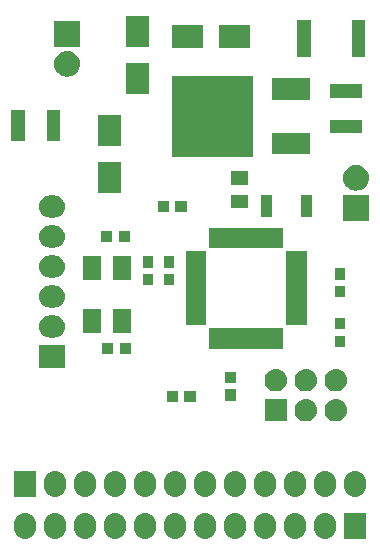
<source format=gts>
%TF.GenerationSoftware,KiCad,Pcbnew,4.0.4+e1-6308~48~ubuntu16.04.1-stable*%
%TF.CreationDate,2016-12-31T12:45:26-08:00*%
%TF.ProjectId,atmega328,61746D6567613332382E6B696361645F,1.2*%
%TF.FileFunction,Soldermask,Top*%
%FSLAX46Y46*%
G04 Gerber Fmt 4.6, Leading zero omitted, Abs format (unit mm)*
G04 Created by KiCad (PCBNEW 4.0.4+e1-6308~48~ubuntu16.04.1-stable) date Sat Dec 31 12:45:26 2016*
%MOMM*%
%LPD*%
G01*
G04 APERTURE LIST*
%ADD10C,0.350000*%
G04 APERTURE END LIST*
D10*
G36*
X109916926Y-130239705D02*
X109916973Y-130239710D01*
X110092187Y-130293948D01*
X110253529Y-130381185D01*
X110394855Y-130498100D01*
X110510779Y-130640238D01*
X110596888Y-130802185D01*
X110649902Y-130977774D01*
X110667800Y-131160315D01*
X110667800Y-131475717D01*
X110667723Y-131486749D01*
X110667722Y-131486754D01*
X110667708Y-131488807D01*
X110647263Y-131671080D01*
X110591803Y-131845912D01*
X110503442Y-132006641D01*
X110385544Y-132147146D01*
X110242600Y-132262076D01*
X110080055Y-132347052D01*
X109904101Y-132398839D01*
X109904060Y-132398843D01*
X109904056Y-132398844D01*
X109721442Y-132415463D01*
X109539074Y-132396295D01*
X109539027Y-132396290D01*
X109363813Y-132342052D01*
X109202471Y-132254815D01*
X109061145Y-132137900D01*
X108945221Y-131995762D01*
X108859112Y-131833815D01*
X108806098Y-131658226D01*
X108788200Y-131475685D01*
X108788200Y-131160283D01*
X108788277Y-131149251D01*
X108788278Y-131149246D01*
X108788292Y-131147193D01*
X108808737Y-130964920D01*
X108864197Y-130790088D01*
X108952558Y-130629359D01*
X109070456Y-130488854D01*
X109213400Y-130373924D01*
X109375945Y-130288948D01*
X109551899Y-130237161D01*
X109551940Y-130237157D01*
X109551944Y-130237156D01*
X109734558Y-130220537D01*
X109916926Y-130239705D01*
X109916926Y-130239705D01*
G37*
G36*
X112456926Y-130239705D02*
X112456973Y-130239710D01*
X112632187Y-130293948D01*
X112793529Y-130381185D01*
X112934855Y-130498100D01*
X113050779Y-130640238D01*
X113136888Y-130802185D01*
X113189902Y-130977774D01*
X113207800Y-131160315D01*
X113207800Y-131475717D01*
X113207723Y-131486749D01*
X113207722Y-131486754D01*
X113207708Y-131488807D01*
X113187263Y-131671080D01*
X113131803Y-131845912D01*
X113043442Y-132006641D01*
X112925544Y-132147146D01*
X112782600Y-132262076D01*
X112620055Y-132347052D01*
X112444101Y-132398839D01*
X112444060Y-132398843D01*
X112444056Y-132398844D01*
X112261442Y-132415463D01*
X112079074Y-132396295D01*
X112079027Y-132396290D01*
X111903813Y-132342052D01*
X111742471Y-132254815D01*
X111601145Y-132137900D01*
X111485221Y-131995762D01*
X111399112Y-131833815D01*
X111346098Y-131658226D01*
X111328200Y-131475685D01*
X111328200Y-131160283D01*
X111328277Y-131149251D01*
X111328278Y-131149246D01*
X111328292Y-131147193D01*
X111348737Y-130964920D01*
X111404197Y-130790088D01*
X111492558Y-130629359D01*
X111610456Y-130488854D01*
X111753400Y-130373924D01*
X111915945Y-130288948D01*
X112091899Y-130237161D01*
X112091940Y-130237157D01*
X112091944Y-130237156D01*
X112274558Y-130220537D01*
X112456926Y-130239705D01*
X112456926Y-130239705D01*
G37*
G36*
X114996926Y-130239705D02*
X114996973Y-130239710D01*
X115172187Y-130293948D01*
X115333529Y-130381185D01*
X115474855Y-130498100D01*
X115590779Y-130640238D01*
X115676888Y-130802185D01*
X115729902Y-130977774D01*
X115747800Y-131160315D01*
X115747800Y-131475717D01*
X115747723Y-131486749D01*
X115747722Y-131486754D01*
X115747708Y-131488807D01*
X115727263Y-131671080D01*
X115671803Y-131845912D01*
X115583442Y-132006641D01*
X115465544Y-132147146D01*
X115322600Y-132262076D01*
X115160055Y-132347052D01*
X114984101Y-132398839D01*
X114984060Y-132398843D01*
X114984056Y-132398844D01*
X114801442Y-132415463D01*
X114619074Y-132396295D01*
X114619027Y-132396290D01*
X114443813Y-132342052D01*
X114282471Y-132254815D01*
X114141145Y-132137900D01*
X114025221Y-131995762D01*
X113939112Y-131833815D01*
X113886098Y-131658226D01*
X113868200Y-131475685D01*
X113868200Y-131160283D01*
X113868277Y-131149251D01*
X113868278Y-131149246D01*
X113868292Y-131147193D01*
X113888737Y-130964920D01*
X113944197Y-130790088D01*
X114032558Y-130629359D01*
X114150456Y-130488854D01*
X114293400Y-130373924D01*
X114455945Y-130288948D01*
X114631899Y-130237161D01*
X114631940Y-130237157D01*
X114631944Y-130237156D01*
X114814558Y-130220537D01*
X114996926Y-130239705D01*
X114996926Y-130239705D01*
G37*
G36*
X117536926Y-130239705D02*
X117536973Y-130239710D01*
X117712187Y-130293948D01*
X117873529Y-130381185D01*
X118014855Y-130498100D01*
X118130779Y-130640238D01*
X118216888Y-130802185D01*
X118269902Y-130977774D01*
X118287800Y-131160315D01*
X118287800Y-131475717D01*
X118287723Y-131486749D01*
X118287722Y-131486754D01*
X118287708Y-131488807D01*
X118267263Y-131671080D01*
X118211803Y-131845912D01*
X118123442Y-132006641D01*
X118005544Y-132147146D01*
X117862600Y-132262076D01*
X117700055Y-132347052D01*
X117524101Y-132398839D01*
X117524060Y-132398843D01*
X117524056Y-132398844D01*
X117341442Y-132415463D01*
X117159074Y-132396295D01*
X117159027Y-132396290D01*
X116983813Y-132342052D01*
X116822471Y-132254815D01*
X116681145Y-132137900D01*
X116565221Y-131995762D01*
X116479112Y-131833815D01*
X116426098Y-131658226D01*
X116408200Y-131475685D01*
X116408200Y-131160283D01*
X116408277Y-131149251D01*
X116408278Y-131149246D01*
X116408292Y-131147193D01*
X116428737Y-130964920D01*
X116484197Y-130790088D01*
X116572558Y-130629359D01*
X116690456Y-130488854D01*
X116833400Y-130373924D01*
X116995945Y-130288948D01*
X117171899Y-130237161D01*
X117171940Y-130237157D01*
X117171944Y-130237156D01*
X117354558Y-130220537D01*
X117536926Y-130239705D01*
X117536926Y-130239705D01*
G37*
G36*
X120076926Y-130239705D02*
X120076973Y-130239710D01*
X120252187Y-130293948D01*
X120413529Y-130381185D01*
X120554855Y-130498100D01*
X120670779Y-130640238D01*
X120756888Y-130802185D01*
X120809902Y-130977774D01*
X120827800Y-131160315D01*
X120827800Y-131475717D01*
X120827723Y-131486749D01*
X120827722Y-131486754D01*
X120827708Y-131488807D01*
X120807263Y-131671080D01*
X120751803Y-131845912D01*
X120663442Y-132006641D01*
X120545544Y-132147146D01*
X120402600Y-132262076D01*
X120240055Y-132347052D01*
X120064101Y-132398839D01*
X120064060Y-132398843D01*
X120064056Y-132398844D01*
X119881442Y-132415463D01*
X119699074Y-132396295D01*
X119699027Y-132396290D01*
X119523813Y-132342052D01*
X119362471Y-132254815D01*
X119221145Y-132137900D01*
X119105221Y-131995762D01*
X119019112Y-131833815D01*
X118966098Y-131658226D01*
X118948200Y-131475685D01*
X118948200Y-131160283D01*
X118948277Y-131149251D01*
X118948278Y-131149246D01*
X118948292Y-131147193D01*
X118968737Y-130964920D01*
X119024197Y-130790088D01*
X119112558Y-130629359D01*
X119230456Y-130488854D01*
X119373400Y-130373924D01*
X119535945Y-130288948D01*
X119711899Y-130237161D01*
X119711940Y-130237157D01*
X119711944Y-130237156D01*
X119894558Y-130220537D01*
X120076926Y-130239705D01*
X120076926Y-130239705D01*
G37*
G36*
X122616926Y-130239705D02*
X122616973Y-130239710D01*
X122792187Y-130293948D01*
X122953529Y-130381185D01*
X123094855Y-130498100D01*
X123210779Y-130640238D01*
X123296888Y-130802185D01*
X123349902Y-130977774D01*
X123367800Y-131160315D01*
X123367800Y-131475717D01*
X123367723Y-131486749D01*
X123367722Y-131486754D01*
X123367708Y-131488807D01*
X123347263Y-131671080D01*
X123291803Y-131845912D01*
X123203442Y-132006641D01*
X123085544Y-132147146D01*
X122942600Y-132262076D01*
X122780055Y-132347052D01*
X122604101Y-132398839D01*
X122604060Y-132398843D01*
X122604056Y-132398844D01*
X122421442Y-132415463D01*
X122239074Y-132396295D01*
X122239027Y-132396290D01*
X122063813Y-132342052D01*
X121902471Y-132254815D01*
X121761145Y-132137900D01*
X121645221Y-131995762D01*
X121559112Y-131833815D01*
X121506098Y-131658226D01*
X121488200Y-131475685D01*
X121488200Y-131160283D01*
X121488277Y-131149251D01*
X121488278Y-131149246D01*
X121488292Y-131147193D01*
X121508737Y-130964920D01*
X121564197Y-130790088D01*
X121652558Y-130629359D01*
X121770456Y-130488854D01*
X121913400Y-130373924D01*
X122075945Y-130288948D01*
X122251899Y-130237161D01*
X122251940Y-130237157D01*
X122251944Y-130237156D01*
X122434558Y-130220537D01*
X122616926Y-130239705D01*
X122616926Y-130239705D01*
G37*
G36*
X127696926Y-130239705D02*
X127696973Y-130239710D01*
X127872187Y-130293948D01*
X128033529Y-130381185D01*
X128174855Y-130498100D01*
X128290779Y-130640238D01*
X128376888Y-130802185D01*
X128429902Y-130977774D01*
X128447800Y-131160315D01*
X128447800Y-131475717D01*
X128447723Y-131486749D01*
X128447722Y-131486754D01*
X128447708Y-131488807D01*
X128427263Y-131671080D01*
X128371803Y-131845912D01*
X128283442Y-132006641D01*
X128165544Y-132147146D01*
X128022600Y-132262076D01*
X127860055Y-132347052D01*
X127684101Y-132398839D01*
X127684060Y-132398843D01*
X127684056Y-132398844D01*
X127501442Y-132415463D01*
X127319074Y-132396295D01*
X127319027Y-132396290D01*
X127143813Y-132342052D01*
X126982471Y-132254815D01*
X126841145Y-132137900D01*
X126725221Y-131995762D01*
X126639112Y-131833815D01*
X126586098Y-131658226D01*
X126568200Y-131475685D01*
X126568200Y-131160283D01*
X126568277Y-131149251D01*
X126568278Y-131149246D01*
X126568292Y-131147193D01*
X126588737Y-130964920D01*
X126644197Y-130790088D01*
X126732558Y-130629359D01*
X126850456Y-130488854D01*
X126993400Y-130373924D01*
X127155945Y-130288948D01*
X127331899Y-130237161D01*
X127331940Y-130237157D01*
X127331944Y-130237156D01*
X127514558Y-130220537D01*
X127696926Y-130239705D01*
X127696926Y-130239705D01*
G37*
G36*
X125156926Y-130239705D02*
X125156973Y-130239710D01*
X125332187Y-130293948D01*
X125493529Y-130381185D01*
X125634855Y-130498100D01*
X125750779Y-130640238D01*
X125836888Y-130802185D01*
X125889902Y-130977774D01*
X125907800Y-131160315D01*
X125907800Y-131475717D01*
X125907723Y-131486749D01*
X125907722Y-131486754D01*
X125907708Y-131488807D01*
X125887263Y-131671080D01*
X125831803Y-131845912D01*
X125743442Y-132006641D01*
X125625544Y-132147146D01*
X125482600Y-132262076D01*
X125320055Y-132347052D01*
X125144101Y-132398839D01*
X125144060Y-132398843D01*
X125144056Y-132398844D01*
X124961442Y-132415463D01*
X124779074Y-132396295D01*
X124779027Y-132396290D01*
X124603813Y-132342052D01*
X124442471Y-132254815D01*
X124301145Y-132137900D01*
X124185221Y-131995762D01*
X124099112Y-131833815D01*
X124046098Y-131658226D01*
X124028200Y-131475685D01*
X124028200Y-131160283D01*
X124028277Y-131149251D01*
X124028278Y-131149246D01*
X124028292Y-131147193D01*
X124048737Y-130964920D01*
X124104197Y-130790088D01*
X124192558Y-130629359D01*
X124310456Y-130488854D01*
X124453400Y-130373924D01*
X124615945Y-130288948D01*
X124791899Y-130237161D01*
X124791940Y-130237157D01*
X124791944Y-130237156D01*
X124974558Y-130220537D01*
X125156926Y-130239705D01*
X125156926Y-130239705D01*
G37*
G36*
X135316926Y-130239705D02*
X135316973Y-130239710D01*
X135492187Y-130293948D01*
X135653529Y-130381185D01*
X135794855Y-130498100D01*
X135910779Y-130640238D01*
X135996888Y-130802185D01*
X136049902Y-130977774D01*
X136067800Y-131160315D01*
X136067800Y-131475717D01*
X136067723Y-131486749D01*
X136067722Y-131486754D01*
X136067708Y-131488807D01*
X136047263Y-131671080D01*
X135991803Y-131845912D01*
X135903442Y-132006641D01*
X135785544Y-132147146D01*
X135642600Y-132262076D01*
X135480055Y-132347052D01*
X135304101Y-132398839D01*
X135304060Y-132398843D01*
X135304056Y-132398844D01*
X135121442Y-132415463D01*
X134939074Y-132396295D01*
X134939027Y-132396290D01*
X134763813Y-132342052D01*
X134602471Y-132254815D01*
X134461145Y-132137900D01*
X134345221Y-131995762D01*
X134259112Y-131833815D01*
X134206098Y-131658226D01*
X134188200Y-131475685D01*
X134188200Y-131160283D01*
X134188277Y-131149251D01*
X134188278Y-131149246D01*
X134188292Y-131147193D01*
X134208737Y-130964920D01*
X134264197Y-130790088D01*
X134352558Y-130629359D01*
X134470456Y-130488854D01*
X134613400Y-130373924D01*
X134775945Y-130288948D01*
X134951899Y-130237161D01*
X134951940Y-130237157D01*
X134951944Y-130237156D01*
X135134558Y-130220537D01*
X135316926Y-130239705D01*
X135316926Y-130239705D01*
G37*
G36*
X132776926Y-130239705D02*
X132776973Y-130239710D01*
X132952187Y-130293948D01*
X133113529Y-130381185D01*
X133254855Y-130498100D01*
X133370779Y-130640238D01*
X133456888Y-130802185D01*
X133509902Y-130977774D01*
X133527800Y-131160315D01*
X133527800Y-131475717D01*
X133527723Y-131486749D01*
X133527722Y-131486754D01*
X133527708Y-131488807D01*
X133507263Y-131671080D01*
X133451803Y-131845912D01*
X133363442Y-132006641D01*
X133245544Y-132147146D01*
X133102600Y-132262076D01*
X132940055Y-132347052D01*
X132764101Y-132398839D01*
X132764060Y-132398843D01*
X132764056Y-132398844D01*
X132581442Y-132415463D01*
X132399074Y-132396295D01*
X132399027Y-132396290D01*
X132223813Y-132342052D01*
X132062471Y-132254815D01*
X131921145Y-132137900D01*
X131805221Y-131995762D01*
X131719112Y-131833815D01*
X131666098Y-131658226D01*
X131648200Y-131475685D01*
X131648200Y-131160283D01*
X131648277Y-131149251D01*
X131648278Y-131149246D01*
X131648292Y-131147193D01*
X131668737Y-130964920D01*
X131724197Y-130790088D01*
X131812558Y-130629359D01*
X131930456Y-130488854D01*
X132073400Y-130373924D01*
X132235945Y-130288948D01*
X132411899Y-130237161D01*
X132411940Y-130237157D01*
X132411944Y-130237156D01*
X132594558Y-130220537D01*
X132776926Y-130239705D01*
X132776926Y-130239705D01*
G37*
G36*
X130236926Y-130239705D02*
X130236973Y-130239710D01*
X130412187Y-130293948D01*
X130573529Y-130381185D01*
X130714855Y-130498100D01*
X130830779Y-130640238D01*
X130916888Y-130802185D01*
X130969902Y-130977774D01*
X130987800Y-131160315D01*
X130987800Y-131475717D01*
X130987723Y-131486749D01*
X130987722Y-131486754D01*
X130987708Y-131488807D01*
X130967263Y-131671080D01*
X130911803Y-131845912D01*
X130823442Y-132006641D01*
X130705544Y-132147146D01*
X130562600Y-132262076D01*
X130400055Y-132347052D01*
X130224101Y-132398839D01*
X130224060Y-132398843D01*
X130224056Y-132398844D01*
X130041442Y-132415463D01*
X129859074Y-132396295D01*
X129859027Y-132396290D01*
X129683813Y-132342052D01*
X129522471Y-132254815D01*
X129381145Y-132137900D01*
X129265221Y-131995762D01*
X129179112Y-131833815D01*
X129126098Y-131658226D01*
X129108200Y-131475685D01*
X129108200Y-131160283D01*
X129108277Y-131149251D01*
X129108278Y-131149246D01*
X129108292Y-131147193D01*
X129128737Y-130964920D01*
X129184197Y-130790088D01*
X129272558Y-130629359D01*
X129390456Y-130488854D01*
X129533400Y-130373924D01*
X129695945Y-130288948D01*
X129871899Y-130237161D01*
X129871940Y-130237157D01*
X129871944Y-130237156D01*
X130054558Y-130220537D01*
X130236926Y-130239705D01*
X130236926Y-130239705D01*
G37*
G36*
X138607800Y-132410200D02*
X136728200Y-132410200D01*
X136728200Y-130225800D01*
X138607800Y-130225800D01*
X138607800Y-132410200D01*
X138607800Y-132410200D01*
G37*
G36*
X137856926Y-126683705D02*
X137856973Y-126683710D01*
X138032187Y-126737948D01*
X138193529Y-126825185D01*
X138334855Y-126942100D01*
X138450779Y-127084238D01*
X138536888Y-127246185D01*
X138589902Y-127421774D01*
X138607800Y-127604315D01*
X138607800Y-127919717D01*
X138607723Y-127930749D01*
X138607722Y-127930754D01*
X138607708Y-127932807D01*
X138587263Y-128115080D01*
X138531803Y-128289912D01*
X138443442Y-128450641D01*
X138325544Y-128591146D01*
X138182600Y-128706076D01*
X138020055Y-128791052D01*
X137844101Y-128842839D01*
X137844060Y-128842843D01*
X137844056Y-128842844D01*
X137661442Y-128859463D01*
X137479074Y-128840295D01*
X137479027Y-128840290D01*
X137303813Y-128786052D01*
X137142471Y-128698815D01*
X137001145Y-128581900D01*
X136885221Y-128439762D01*
X136799112Y-128277815D01*
X136746098Y-128102226D01*
X136728200Y-127919685D01*
X136728200Y-127604283D01*
X136728277Y-127593251D01*
X136728278Y-127593246D01*
X136728292Y-127591193D01*
X136748737Y-127408920D01*
X136804197Y-127234088D01*
X136892558Y-127073359D01*
X137010456Y-126932854D01*
X137153400Y-126817924D01*
X137315945Y-126732948D01*
X137491899Y-126681161D01*
X137491940Y-126681157D01*
X137491944Y-126681156D01*
X137674558Y-126664537D01*
X137856926Y-126683705D01*
X137856926Y-126683705D01*
G37*
G36*
X112456926Y-126683705D02*
X112456973Y-126683710D01*
X112632187Y-126737948D01*
X112793529Y-126825185D01*
X112934855Y-126942100D01*
X113050779Y-127084238D01*
X113136888Y-127246185D01*
X113189902Y-127421774D01*
X113207800Y-127604315D01*
X113207800Y-127919717D01*
X113207723Y-127930749D01*
X113207722Y-127930754D01*
X113207708Y-127932807D01*
X113187263Y-128115080D01*
X113131803Y-128289912D01*
X113043442Y-128450641D01*
X112925544Y-128591146D01*
X112782600Y-128706076D01*
X112620055Y-128791052D01*
X112444101Y-128842839D01*
X112444060Y-128842843D01*
X112444056Y-128842844D01*
X112261442Y-128859463D01*
X112079074Y-128840295D01*
X112079027Y-128840290D01*
X111903813Y-128786052D01*
X111742471Y-128698815D01*
X111601145Y-128581900D01*
X111485221Y-128439762D01*
X111399112Y-128277815D01*
X111346098Y-128102226D01*
X111328200Y-127919685D01*
X111328200Y-127604283D01*
X111328277Y-127593251D01*
X111328278Y-127593246D01*
X111328292Y-127591193D01*
X111348737Y-127408920D01*
X111404197Y-127234088D01*
X111492558Y-127073359D01*
X111610456Y-126932854D01*
X111753400Y-126817924D01*
X111915945Y-126732948D01*
X112091899Y-126681161D01*
X112091940Y-126681157D01*
X112091944Y-126681156D01*
X112274558Y-126664537D01*
X112456926Y-126683705D01*
X112456926Y-126683705D01*
G37*
G36*
X114996926Y-126683705D02*
X114996973Y-126683710D01*
X115172187Y-126737948D01*
X115333529Y-126825185D01*
X115474855Y-126942100D01*
X115590779Y-127084238D01*
X115676888Y-127246185D01*
X115729902Y-127421774D01*
X115747800Y-127604315D01*
X115747800Y-127919717D01*
X115747723Y-127930749D01*
X115747722Y-127930754D01*
X115747708Y-127932807D01*
X115727263Y-128115080D01*
X115671803Y-128289912D01*
X115583442Y-128450641D01*
X115465544Y-128591146D01*
X115322600Y-128706076D01*
X115160055Y-128791052D01*
X114984101Y-128842839D01*
X114984060Y-128842843D01*
X114984056Y-128842844D01*
X114801442Y-128859463D01*
X114619074Y-128840295D01*
X114619027Y-128840290D01*
X114443813Y-128786052D01*
X114282471Y-128698815D01*
X114141145Y-128581900D01*
X114025221Y-128439762D01*
X113939112Y-128277815D01*
X113886098Y-128102226D01*
X113868200Y-127919685D01*
X113868200Y-127604283D01*
X113868277Y-127593251D01*
X113868278Y-127593246D01*
X113868292Y-127591193D01*
X113888737Y-127408920D01*
X113944197Y-127234088D01*
X114032558Y-127073359D01*
X114150456Y-126932854D01*
X114293400Y-126817924D01*
X114455945Y-126732948D01*
X114631899Y-126681161D01*
X114631940Y-126681157D01*
X114631944Y-126681156D01*
X114814558Y-126664537D01*
X114996926Y-126683705D01*
X114996926Y-126683705D01*
G37*
G36*
X117536926Y-126683705D02*
X117536973Y-126683710D01*
X117712187Y-126737948D01*
X117873529Y-126825185D01*
X118014855Y-126942100D01*
X118130779Y-127084238D01*
X118216888Y-127246185D01*
X118269902Y-127421774D01*
X118287800Y-127604315D01*
X118287800Y-127919717D01*
X118287723Y-127930749D01*
X118287722Y-127930754D01*
X118287708Y-127932807D01*
X118267263Y-128115080D01*
X118211803Y-128289912D01*
X118123442Y-128450641D01*
X118005544Y-128591146D01*
X117862600Y-128706076D01*
X117700055Y-128791052D01*
X117524101Y-128842839D01*
X117524060Y-128842843D01*
X117524056Y-128842844D01*
X117341442Y-128859463D01*
X117159074Y-128840295D01*
X117159027Y-128840290D01*
X116983813Y-128786052D01*
X116822471Y-128698815D01*
X116681145Y-128581900D01*
X116565221Y-128439762D01*
X116479112Y-128277815D01*
X116426098Y-128102226D01*
X116408200Y-127919685D01*
X116408200Y-127604283D01*
X116408277Y-127593251D01*
X116408278Y-127593246D01*
X116408292Y-127591193D01*
X116428737Y-127408920D01*
X116484197Y-127234088D01*
X116572558Y-127073359D01*
X116690456Y-126932854D01*
X116833400Y-126817924D01*
X116995945Y-126732948D01*
X117171899Y-126681161D01*
X117171940Y-126681157D01*
X117171944Y-126681156D01*
X117354558Y-126664537D01*
X117536926Y-126683705D01*
X117536926Y-126683705D01*
G37*
G36*
X120076926Y-126683705D02*
X120076973Y-126683710D01*
X120252187Y-126737948D01*
X120413529Y-126825185D01*
X120554855Y-126942100D01*
X120670779Y-127084238D01*
X120756888Y-127246185D01*
X120809902Y-127421774D01*
X120827800Y-127604315D01*
X120827800Y-127919717D01*
X120827723Y-127930749D01*
X120827722Y-127930754D01*
X120827708Y-127932807D01*
X120807263Y-128115080D01*
X120751803Y-128289912D01*
X120663442Y-128450641D01*
X120545544Y-128591146D01*
X120402600Y-128706076D01*
X120240055Y-128791052D01*
X120064101Y-128842839D01*
X120064060Y-128842843D01*
X120064056Y-128842844D01*
X119881442Y-128859463D01*
X119699074Y-128840295D01*
X119699027Y-128840290D01*
X119523813Y-128786052D01*
X119362471Y-128698815D01*
X119221145Y-128581900D01*
X119105221Y-128439762D01*
X119019112Y-128277815D01*
X118966098Y-128102226D01*
X118948200Y-127919685D01*
X118948200Y-127604283D01*
X118948277Y-127593251D01*
X118948278Y-127593246D01*
X118948292Y-127591193D01*
X118968737Y-127408920D01*
X119024197Y-127234088D01*
X119112558Y-127073359D01*
X119230456Y-126932854D01*
X119373400Y-126817924D01*
X119535945Y-126732948D01*
X119711899Y-126681161D01*
X119711940Y-126681157D01*
X119711944Y-126681156D01*
X119894558Y-126664537D01*
X120076926Y-126683705D01*
X120076926Y-126683705D01*
G37*
G36*
X122616926Y-126683705D02*
X122616973Y-126683710D01*
X122792187Y-126737948D01*
X122953529Y-126825185D01*
X123094855Y-126942100D01*
X123210779Y-127084238D01*
X123296888Y-127246185D01*
X123349902Y-127421774D01*
X123367800Y-127604315D01*
X123367800Y-127919717D01*
X123367723Y-127930749D01*
X123367722Y-127930754D01*
X123367708Y-127932807D01*
X123347263Y-128115080D01*
X123291803Y-128289912D01*
X123203442Y-128450641D01*
X123085544Y-128591146D01*
X122942600Y-128706076D01*
X122780055Y-128791052D01*
X122604101Y-128842839D01*
X122604060Y-128842843D01*
X122604056Y-128842844D01*
X122421442Y-128859463D01*
X122239074Y-128840295D01*
X122239027Y-128840290D01*
X122063813Y-128786052D01*
X121902471Y-128698815D01*
X121761145Y-128581900D01*
X121645221Y-128439762D01*
X121559112Y-128277815D01*
X121506098Y-128102226D01*
X121488200Y-127919685D01*
X121488200Y-127604283D01*
X121488277Y-127593251D01*
X121488278Y-127593246D01*
X121488292Y-127591193D01*
X121508737Y-127408920D01*
X121564197Y-127234088D01*
X121652558Y-127073359D01*
X121770456Y-126932854D01*
X121913400Y-126817924D01*
X122075945Y-126732948D01*
X122251899Y-126681161D01*
X122251940Y-126681157D01*
X122251944Y-126681156D01*
X122434558Y-126664537D01*
X122616926Y-126683705D01*
X122616926Y-126683705D01*
G37*
G36*
X125156926Y-126683705D02*
X125156973Y-126683710D01*
X125332187Y-126737948D01*
X125493529Y-126825185D01*
X125634855Y-126942100D01*
X125750779Y-127084238D01*
X125836888Y-127246185D01*
X125889902Y-127421774D01*
X125907800Y-127604315D01*
X125907800Y-127919717D01*
X125907723Y-127930749D01*
X125907722Y-127930754D01*
X125907708Y-127932807D01*
X125887263Y-128115080D01*
X125831803Y-128289912D01*
X125743442Y-128450641D01*
X125625544Y-128591146D01*
X125482600Y-128706076D01*
X125320055Y-128791052D01*
X125144101Y-128842839D01*
X125144060Y-128842843D01*
X125144056Y-128842844D01*
X124961442Y-128859463D01*
X124779074Y-128840295D01*
X124779027Y-128840290D01*
X124603813Y-128786052D01*
X124442471Y-128698815D01*
X124301145Y-128581900D01*
X124185221Y-128439762D01*
X124099112Y-128277815D01*
X124046098Y-128102226D01*
X124028200Y-127919685D01*
X124028200Y-127604283D01*
X124028277Y-127593251D01*
X124028278Y-127593246D01*
X124028292Y-127591193D01*
X124048737Y-127408920D01*
X124104197Y-127234088D01*
X124192558Y-127073359D01*
X124310456Y-126932854D01*
X124453400Y-126817924D01*
X124615945Y-126732948D01*
X124791899Y-126681161D01*
X124791940Y-126681157D01*
X124791944Y-126681156D01*
X124974558Y-126664537D01*
X125156926Y-126683705D01*
X125156926Y-126683705D01*
G37*
G36*
X127696926Y-126683705D02*
X127696973Y-126683710D01*
X127872187Y-126737948D01*
X128033529Y-126825185D01*
X128174855Y-126942100D01*
X128290779Y-127084238D01*
X128376888Y-127246185D01*
X128429902Y-127421774D01*
X128447800Y-127604315D01*
X128447800Y-127919717D01*
X128447723Y-127930749D01*
X128447722Y-127930754D01*
X128447708Y-127932807D01*
X128427263Y-128115080D01*
X128371803Y-128289912D01*
X128283442Y-128450641D01*
X128165544Y-128591146D01*
X128022600Y-128706076D01*
X127860055Y-128791052D01*
X127684101Y-128842839D01*
X127684060Y-128842843D01*
X127684056Y-128842844D01*
X127501442Y-128859463D01*
X127319074Y-128840295D01*
X127319027Y-128840290D01*
X127143813Y-128786052D01*
X126982471Y-128698815D01*
X126841145Y-128581900D01*
X126725221Y-128439762D01*
X126639112Y-128277815D01*
X126586098Y-128102226D01*
X126568200Y-127919685D01*
X126568200Y-127604283D01*
X126568277Y-127593251D01*
X126568278Y-127593246D01*
X126568292Y-127591193D01*
X126588737Y-127408920D01*
X126644197Y-127234088D01*
X126732558Y-127073359D01*
X126850456Y-126932854D01*
X126993400Y-126817924D01*
X127155945Y-126732948D01*
X127331899Y-126681161D01*
X127331940Y-126681157D01*
X127331944Y-126681156D01*
X127514558Y-126664537D01*
X127696926Y-126683705D01*
X127696926Y-126683705D01*
G37*
G36*
X130236926Y-126683705D02*
X130236973Y-126683710D01*
X130412187Y-126737948D01*
X130573529Y-126825185D01*
X130714855Y-126942100D01*
X130830779Y-127084238D01*
X130916888Y-127246185D01*
X130969902Y-127421774D01*
X130987800Y-127604315D01*
X130987800Y-127919717D01*
X130987723Y-127930749D01*
X130987722Y-127930754D01*
X130987708Y-127932807D01*
X130967263Y-128115080D01*
X130911803Y-128289912D01*
X130823442Y-128450641D01*
X130705544Y-128591146D01*
X130562600Y-128706076D01*
X130400055Y-128791052D01*
X130224101Y-128842839D01*
X130224060Y-128842843D01*
X130224056Y-128842844D01*
X130041442Y-128859463D01*
X129859074Y-128840295D01*
X129859027Y-128840290D01*
X129683813Y-128786052D01*
X129522471Y-128698815D01*
X129381145Y-128581900D01*
X129265221Y-128439762D01*
X129179112Y-128277815D01*
X129126098Y-128102226D01*
X129108200Y-127919685D01*
X129108200Y-127604283D01*
X129108277Y-127593251D01*
X129108278Y-127593246D01*
X129108292Y-127591193D01*
X129128737Y-127408920D01*
X129184197Y-127234088D01*
X129272558Y-127073359D01*
X129390456Y-126932854D01*
X129533400Y-126817924D01*
X129695945Y-126732948D01*
X129871899Y-126681161D01*
X129871940Y-126681157D01*
X129871944Y-126681156D01*
X130054558Y-126664537D01*
X130236926Y-126683705D01*
X130236926Y-126683705D01*
G37*
G36*
X132776926Y-126683705D02*
X132776973Y-126683710D01*
X132952187Y-126737948D01*
X133113529Y-126825185D01*
X133254855Y-126942100D01*
X133370779Y-127084238D01*
X133456888Y-127246185D01*
X133509902Y-127421774D01*
X133527800Y-127604315D01*
X133527800Y-127919717D01*
X133527723Y-127930749D01*
X133527722Y-127930754D01*
X133527708Y-127932807D01*
X133507263Y-128115080D01*
X133451803Y-128289912D01*
X133363442Y-128450641D01*
X133245544Y-128591146D01*
X133102600Y-128706076D01*
X132940055Y-128791052D01*
X132764101Y-128842839D01*
X132764060Y-128842843D01*
X132764056Y-128842844D01*
X132581442Y-128859463D01*
X132399074Y-128840295D01*
X132399027Y-128840290D01*
X132223813Y-128786052D01*
X132062471Y-128698815D01*
X131921145Y-128581900D01*
X131805221Y-128439762D01*
X131719112Y-128277815D01*
X131666098Y-128102226D01*
X131648200Y-127919685D01*
X131648200Y-127604283D01*
X131648277Y-127593251D01*
X131648278Y-127593246D01*
X131648292Y-127591193D01*
X131668737Y-127408920D01*
X131724197Y-127234088D01*
X131812558Y-127073359D01*
X131930456Y-126932854D01*
X132073400Y-126817924D01*
X132235945Y-126732948D01*
X132411899Y-126681161D01*
X132411940Y-126681157D01*
X132411944Y-126681156D01*
X132594558Y-126664537D01*
X132776926Y-126683705D01*
X132776926Y-126683705D01*
G37*
G36*
X135316926Y-126683705D02*
X135316973Y-126683710D01*
X135492187Y-126737948D01*
X135653529Y-126825185D01*
X135794855Y-126942100D01*
X135910779Y-127084238D01*
X135996888Y-127246185D01*
X136049902Y-127421774D01*
X136067800Y-127604315D01*
X136067800Y-127919717D01*
X136067723Y-127930749D01*
X136067722Y-127930754D01*
X136067708Y-127932807D01*
X136047263Y-128115080D01*
X135991803Y-128289912D01*
X135903442Y-128450641D01*
X135785544Y-128591146D01*
X135642600Y-128706076D01*
X135480055Y-128791052D01*
X135304101Y-128842839D01*
X135304060Y-128842843D01*
X135304056Y-128842844D01*
X135121442Y-128859463D01*
X134939074Y-128840295D01*
X134939027Y-128840290D01*
X134763813Y-128786052D01*
X134602471Y-128698815D01*
X134461145Y-128581900D01*
X134345221Y-128439762D01*
X134259112Y-128277815D01*
X134206098Y-128102226D01*
X134188200Y-127919685D01*
X134188200Y-127604283D01*
X134188277Y-127593251D01*
X134188278Y-127593246D01*
X134188292Y-127591193D01*
X134208737Y-127408920D01*
X134264197Y-127234088D01*
X134352558Y-127073359D01*
X134470456Y-126932854D01*
X134613400Y-126817924D01*
X134775945Y-126732948D01*
X134951899Y-126681161D01*
X134951940Y-126681157D01*
X134951944Y-126681156D01*
X135134558Y-126664537D01*
X135316926Y-126683705D01*
X135316926Y-126683705D01*
G37*
G36*
X110667800Y-128854200D02*
X108788200Y-128854200D01*
X108788200Y-126669800D01*
X110667800Y-126669800D01*
X110667800Y-128854200D01*
X110667800Y-128854200D01*
G37*
G36*
X133665926Y-120613842D02*
X133665931Y-120613844D01*
X133665973Y-120613848D01*
X133841187Y-120668086D01*
X134002529Y-120755323D01*
X134143855Y-120872238D01*
X134259779Y-121014376D01*
X134345888Y-121176323D01*
X134398902Y-121351912D01*
X134416800Y-121534453D01*
X134416800Y-121543580D01*
X134416723Y-121554612D01*
X134416722Y-121554617D01*
X134416708Y-121556669D01*
X134396263Y-121738942D01*
X134340803Y-121913774D01*
X134252442Y-122074503D01*
X134134544Y-122215008D01*
X133991600Y-122329938D01*
X133829055Y-122414914D01*
X133653101Y-122466701D01*
X133653065Y-122466704D01*
X133653056Y-122466707D01*
X133470442Y-122483326D01*
X133288074Y-122464158D01*
X133288069Y-122464156D01*
X133288027Y-122464152D01*
X133112813Y-122409914D01*
X132951471Y-122322677D01*
X132810145Y-122205762D01*
X132694221Y-122063624D01*
X132608112Y-121901677D01*
X132555098Y-121726088D01*
X132537200Y-121543547D01*
X132537200Y-121534420D01*
X132537277Y-121523388D01*
X132537278Y-121523383D01*
X132537292Y-121521331D01*
X132557737Y-121339058D01*
X132613197Y-121164226D01*
X132701558Y-121003497D01*
X132819456Y-120862992D01*
X132962400Y-120748062D01*
X133124945Y-120663086D01*
X133300899Y-120611299D01*
X133300935Y-120611296D01*
X133300944Y-120611293D01*
X133483558Y-120594674D01*
X133665926Y-120613842D01*
X133665926Y-120613842D01*
G37*
G36*
X136205926Y-120613842D02*
X136205931Y-120613844D01*
X136205973Y-120613848D01*
X136381187Y-120668086D01*
X136542529Y-120755323D01*
X136683855Y-120872238D01*
X136799779Y-121014376D01*
X136885888Y-121176323D01*
X136938902Y-121351912D01*
X136956800Y-121534453D01*
X136956800Y-121543580D01*
X136956723Y-121554612D01*
X136956722Y-121554617D01*
X136956708Y-121556669D01*
X136936263Y-121738942D01*
X136880803Y-121913774D01*
X136792442Y-122074503D01*
X136674544Y-122215008D01*
X136531600Y-122329938D01*
X136369055Y-122414914D01*
X136193101Y-122466701D01*
X136193065Y-122466704D01*
X136193056Y-122466707D01*
X136010442Y-122483326D01*
X135828074Y-122464158D01*
X135828069Y-122464156D01*
X135828027Y-122464152D01*
X135652813Y-122409914D01*
X135491471Y-122322677D01*
X135350145Y-122205762D01*
X135234221Y-122063624D01*
X135148112Y-121901677D01*
X135095098Y-121726088D01*
X135077200Y-121543547D01*
X135077200Y-121534420D01*
X135077277Y-121523388D01*
X135077278Y-121523383D01*
X135077292Y-121521331D01*
X135097737Y-121339058D01*
X135153197Y-121164226D01*
X135241558Y-121003497D01*
X135359456Y-120862992D01*
X135502400Y-120748062D01*
X135664945Y-120663086D01*
X135840899Y-120611299D01*
X135840935Y-120611296D01*
X135840944Y-120611293D01*
X136023558Y-120594674D01*
X136205926Y-120613842D01*
X136205926Y-120613842D01*
G37*
G36*
X131876800Y-122478800D02*
X129997200Y-122478800D01*
X129997200Y-120599200D01*
X131876800Y-120599200D01*
X131876800Y-122478800D01*
X131876800Y-122478800D01*
G37*
G36*
X122662200Y-120847200D02*
X121709800Y-120847200D01*
X121709800Y-119944800D01*
X122662200Y-119944800D01*
X122662200Y-120847200D01*
X122662200Y-120847200D01*
G37*
G36*
X124162200Y-120847200D02*
X123209800Y-120847200D01*
X123209800Y-119944800D01*
X124162200Y-119944800D01*
X124162200Y-120847200D01*
X124162200Y-120847200D01*
G37*
G36*
X127578200Y-120721200D02*
X126675800Y-120721200D01*
X126675800Y-119768800D01*
X127578200Y-119768800D01*
X127578200Y-120721200D01*
X127578200Y-120721200D01*
G37*
G36*
X131125926Y-118073842D02*
X131125931Y-118073844D01*
X131125973Y-118073848D01*
X131301187Y-118128086D01*
X131462529Y-118215323D01*
X131603855Y-118332238D01*
X131719779Y-118474376D01*
X131805888Y-118636323D01*
X131858902Y-118811912D01*
X131876800Y-118994453D01*
X131876800Y-119003580D01*
X131876723Y-119014612D01*
X131876722Y-119014617D01*
X131876708Y-119016669D01*
X131856263Y-119198942D01*
X131800803Y-119373774D01*
X131712442Y-119534503D01*
X131594544Y-119675008D01*
X131451600Y-119789938D01*
X131289055Y-119874914D01*
X131113101Y-119926701D01*
X131113065Y-119926704D01*
X131113056Y-119926707D01*
X130930442Y-119943326D01*
X130748074Y-119924158D01*
X130748069Y-119924156D01*
X130748027Y-119924152D01*
X130572813Y-119869914D01*
X130411471Y-119782677D01*
X130270145Y-119665762D01*
X130154221Y-119523624D01*
X130068112Y-119361677D01*
X130015098Y-119186088D01*
X129997200Y-119003547D01*
X129997200Y-118994420D01*
X129997277Y-118983388D01*
X129997278Y-118983383D01*
X129997292Y-118981331D01*
X130017737Y-118799058D01*
X130073197Y-118624226D01*
X130161558Y-118463497D01*
X130279456Y-118322992D01*
X130422400Y-118208062D01*
X130584945Y-118123086D01*
X130760899Y-118071299D01*
X130760935Y-118071296D01*
X130760944Y-118071293D01*
X130943558Y-118054674D01*
X131125926Y-118073842D01*
X131125926Y-118073842D01*
G37*
G36*
X133665926Y-118073842D02*
X133665931Y-118073844D01*
X133665973Y-118073848D01*
X133841187Y-118128086D01*
X134002529Y-118215323D01*
X134143855Y-118332238D01*
X134259779Y-118474376D01*
X134345888Y-118636323D01*
X134398902Y-118811912D01*
X134416800Y-118994453D01*
X134416800Y-119003580D01*
X134416723Y-119014612D01*
X134416722Y-119014617D01*
X134416708Y-119016669D01*
X134396263Y-119198942D01*
X134340803Y-119373774D01*
X134252442Y-119534503D01*
X134134544Y-119675008D01*
X133991600Y-119789938D01*
X133829055Y-119874914D01*
X133653101Y-119926701D01*
X133653065Y-119926704D01*
X133653056Y-119926707D01*
X133470442Y-119943326D01*
X133288074Y-119924158D01*
X133288069Y-119924156D01*
X133288027Y-119924152D01*
X133112813Y-119869914D01*
X132951471Y-119782677D01*
X132810145Y-119665762D01*
X132694221Y-119523624D01*
X132608112Y-119361677D01*
X132555098Y-119186088D01*
X132537200Y-119003547D01*
X132537200Y-118994420D01*
X132537277Y-118983388D01*
X132537278Y-118983383D01*
X132537292Y-118981331D01*
X132557737Y-118799058D01*
X132613197Y-118624226D01*
X132701558Y-118463497D01*
X132819456Y-118322992D01*
X132962400Y-118208062D01*
X133124945Y-118123086D01*
X133300899Y-118071299D01*
X133300935Y-118071296D01*
X133300944Y-118071293D01*
X133483558Y-118054674D01*
X133665926Y-118073842D01*
X133665926Y-118073842D01*
G37*
G36*
X136205926Y-118073842D02*
X136205931Y-118073844D01*
X136205973Y-118073848D01*
X136381187Y-118128086D01*
X136542529Y-118215323D01*
X136683855Y-118332238D01*
X136799779Y-118474376D01*
X136885888Y-118636323D01*
X136938902Y-118811912D01*
X136956800Y-118994453D01*
X136956800Y-119003580D01*
X136956723Y-119014612D01*
X136956722Y-119014617D01*
X136956708Y-119016669D01*
X136936263Y-119198942D01*
X136880803Y-119373774D01*
X136792442Y-119534503D01*
X136674544Y-119675008D01*
X136531600Y-119789938D01*
X136369055Y-119874914D01*
X136193101Y-119926701D01*
X136193065Y-119926704D01*
X136193056Y-119926707D01*
X136010442Y-119943326D01*
X135828074Y-119924158D01*
X135828069Y-119924156D01*
X135828027Y-119924152D01*
X135652813Y-119869914D01*
X135491471Y-119782677D01*
X135350145Y-119665762D01*
X135234221Y-119523624D01*
X135148112Y-119361677D01*
X135095098Y-119186088D01*
X135077200Y-119003547D01*
X135077200Y-118994420D01*
X135077277Y-118983388D01*
X135077278Y-118983383D01*
X135077292Y-118981331D01*
X135097737Y-118799058D01*
X135153197Y-118624226D01*
X135241558Y-118463497D01*
X135359456Y-118322992D01*
X135502400Y-118208062D01*
X135664945Y-118123086D01*
X135840899Y-118071299D01*
X135840935Y-118071296D01*
X135840944Y-118071293D01*
X136023558Y-118054674D01*
X136205926Y-118073842D01*
X136205926Y-118073842D01*
G37*
G36*
X127578200Y-119221200D02*
X126675800Y-119221200D01*
X126675800Y-118268800D01*
X127578200Y-118268800D01*
X127578200Y-119221200D01*
X127578200Y-119221200D01*
G37*
G36*
X113080800Y-117932200D02*
X110896400Y-117932200D01*
X110896400Y-116052600D01*
X113080800Y-116052600D01*
X113080800Y-117932200D01*
X113080800Y-117932200D01*
G37*
G36*
X117201200Y-116783200D02*
X116248800Y-116783200D01*
X116248800Y-115880800D01*
X117201200Y-115880800D01*
X117201200Y-116783200D01*
X117201200Y-116783200D01*
G37*
G36*
X118701200Y-116783200D02*
X117748800Y-116783200D01*
X117748800Y-115880800D01*
X118701200Y-115880800D01*
X118701200Y-116783200D01*
X118701200Y-116783200D01*
G37*
G36*
X131599000Y-116319200D02*
X125296600Y-116319200D01*
X125296600Y-114566800D01*
X131599000Y-114566800D01*
X131599000Y-116319200D01*
X131599000Y-116319200D01*
G37*
G36*
X136849200Y-116161200D02*
X135946800Y-116161200D01*
X135946800Y-115208800D01*
X136849200Y-115208800D01*
X136849200Y-116161200D01*
X136849200Y-116161200D01*
G37*
G36*
X112157349Y-113512677D02*
X112157354Y-113512678D01*
X112159407Y-113512692D01*
X112341680Y-113533137D01*
X112516512Y-113588597D01*
X112677241Y-113676958D01*
X112817746Y-113794856D01*
X112932676Y-113937800D01*
X113017652Y-114100345D01*
X113069439Y-114276299D01*
X113069443Y-114276340D01*
X113069444Y-114276344D01*
X113086063Y-114458958D01*
X113074728Y-114566800D01*
X113066890Y-114641373D01*
X113012652Y-114816587D01*
X112925415Y-114977929D01*
X112808500Y-115119255D01*
X112666362Y-115235179D01*
X112504415Y-115321288D01*
X112328826Y-115374302D01*
X112146285Y-115392200D01*
X111830883Y-115392200D01*
X111819851Y-115392123D01*
X111819846Y-115392122D01*
X111817793Y-115392108D01*
X111635520Y-115371663D01*
X111460688Y-115316203D01*
X111299959Y-115227842D01*
X111159454Y-115109944D01*
X111044524Y-114967000D01*
X110959548Y-114804455D01*
X110907761Y-114628501D01*
X110907757Y-114628460D01*
X110907756Y-114628456D01*
X110891137Y-114445842D01*
X110910305Y-114263474D01*
X110910310Y-114263427D01*
X110964548Y-114088213D01*
X111051785Y-113926871D01*
X111168700Y-113785545D01*
X111310838Y-113669621D01*
X111472785Y-113583512D01*
X111648374Y-113530498D01*
X111830915Y-113512600D01*
X112146317Y-113512600D01*
X112157349Y-113512677D01*
X112157349Y-113512677D01*
G37*
G36*
X118681500Y-114998500D02*
X117132100Y-114998500D01*
X117132100Y-112941100D01*
X118681500Y-112941100D01*
X118681500Y-114998500D01*
X118681500Y-114998500D01*
G37*
G36*
X116192300Y-114998500D02*
X114642900Y-114998500D01*
X114642900Y-112941100D01*
X116192300Y-112941100D01*
X116192300Y-114998500D01*
X116192300Y-114998500D01*
G37*
G36*
X136849200Y-114661200D02*
X135946800Y-114661200D01*
X135946800Y-113708800D01*
X136849200Y-113708800D01*
X136849200Y-114661200D01*
X136849200Y-114661200D01*
G37*
G36*
X133574000Y-114344200D02*
X131821600Y-114344200D01*
X131821600Y-108041800D01*
X133574000Y-108041800D01*
X133574000Y-114344200D01*
X133574000Y-114344200D01*
G37*
G36*
X125074000Y-114344200D02*
X123321600Y-114344200D01*
X123321600Y-108041800D01*
X125074000Y-108041800D01*
X125074000Y-114344200D01*
X125074000Y-114344200D01*
G37*
G36*
X112157349Y-110972677D02*
X112157354Y-110972678D01*
X112159407Y-110972692D01*
X112341680Y-110993137D01*
X112516512Y-111048597D01*
X112677241Y-111136958D01*
X112817746Y-111254856D01*
X112932676Y-111397800D01*
X113017652Y-111560345D01*
X113069439Y-111736299D01*
X113069443Y-111736340D01*
X113069444Y-111736344D01*
X113086063Y-111918958D01*
X113068248Y-112088456D01*
X113066890Y-112101373D01*
X113012652Y-112276587D01*
X112925415Y-112437929D01*
X112808500Y-112579255D01*
X112666362Y-112695179D01*
X112504415Y-112781288D01*
X112328826Y-112834302D01*
X112146285Y-112852200D01*
X111830883Y-112852200D01*
X111819851Y-112852123D01*
X111819846Y-112852122D01*
X111817793Y-112852108D01*
X111635520Y-112831663D01*
X111460688Y-112776203D01*
X111299959Y-112687842D01*
X111159454Y-112569944D01*
X111044524Y-112427000D01*
X110959548Y-112264455D01*
X110907761Y-112088501D01*
X110907757Y-112088460D01*
X110907756Y-112088456D01*
X110891137Y-111905842D01*
X110910305Y-111723474D01*
X110910310Y-111723427D01*
X110964548Y-111548213D01*
X111051785Y-111386871D01*
X111168700Y-111245545D01*
X111310838Y-111129621D01*
X111472785Y-111043512D01*
X111648374Y-110990498D01*
X111830915Y-110972600D01*
X112146317Y-110972600D01*
X112157349Y-110972677D01*
X112157349Y-110972677D01*
G37*
G36*
X136849200Y-111970200D02*
X135946800Y-111970200D01*
X135946800Y-111017800D01*
X136849200Y-111017800D01*
X136849200Y-111970200D01*
X136849200Y-111970200D01*
G37*
G36*
X122371200Y-110966200D02*
X121468800Y-110966200D01*
X121468800Y-110013800D01*
X122371200Y-110013800D01*
X122371200Y-110966200D01*
X122371200Y-110966200D01*
G37*
G36*
X120593200Y-110954200D02*
X119690800Y-110954200D01*
X119690800Y-110001800D01*
X120593200Y-110001800D01*
X120593200Y-110954200D01*
X120593200Y-110954200D01*
G37*
G36*
X118681500Y-110528100D02*
X117132100Y-110528100D01*
X117132100Y-108470700D01*
X118681500Y-108470700D01*
X118681500Y-110528100D01*
X118681500Y-110528100D01*
G37*
G36*
X116192300Y-110528100D02*
X114642900Y-110528100D01*
X114642900Y-108470700D01*
X116192300Y-108470700D01*
X116192300Y-110528100D01*
X116192300Y-110528100D01*
G37*
G36*
X136849200Y-110470200D02*
X135946800Y-110470200D01*
X135946800Y-109517800D01*
X136849200Y-109517800D01*
X136849200Y-110470200D01*
X136849200Y-110470200D01*
G37*
G36*
X112157349Y-108432677D02*
X112157354Y-108432678D01*
X112159407Y-108432692D01*
X112341680Y-108453137D01*
X112516512Y-108508597D01*
X112677241Y-108596958D01*
X112817746Y-108714856D01*
X112932676Y-108857800D01*
X113017652Y-109020345D01*
X113069439Y-109196299D01*
X113069443Y-109196340D01*
X113069444Y-109196344D01*
X113086063Y-109378958D01*
X113076893Y-109466200D01*
X113066890Y-109561373D01*
X113012652Y-109736587D01*
X112925415Y-109897929D01*
X112808500Y-110039255D01*
X112666362Y-110155179D01*
X112504415Y-110241288D01*
X112328826Y-110294302D01*
X112146285Y-110312200D01*
X111830883Y-110312200D01*
X111819851Y-110312123D01*
X111819846Y-110312122D01*
X111817793Y-110312108D01*
X111635520Y-110291663D01*
X111460688Y-110236203D01*
X111299959Y-110147842D01*
X111159454Y-110029944D01*
X111044524Y-109887000D01*
X110959548Y-109724455D01*
X110907761Y-109548501D01*
X110907757Y-109548460D01*
X110907756Y-109548456D01*
X110891137Y-109365842D01*
X110910305Y-109183474D01*
X110910310Y-109183427D01*
X110964548Y-109008213D01*
X111051785Y-108846871D01*
X111168700Y-108705545D01*
X111310838Y-108589621D01*
X111472785Y-108503512D01*
X111648374Y-108450498D01*
X111830915Y-108432600D01*
X112146317Y-108432600D01*
X112157349Y-108432677D01*
X112157349Y-108432677D01*
G37*
G36*
X122371200Y-109466200D02*
X121468800Y-109466200D01*
X121468800Y-108513800D01*
X122371200Y-108513800D01*
X122371200Y-109466200D01*
X122371200Y-109466200D01*
G37*
G36*
X120593200Y-109454200D02*
X119690800Y-109454200D01*
X119690800Y-108501800D01*
X120593200Y-108501800D01*
X120593200Y-109454200D01*
X120593200Y-109454200D01*
G37*
G36*
X131599000Y-107819200D02*
X125296600Y-107819200D01*
X125296600Y-106066800D01*
X131599000Y-106066800D01*
X131599000Y-107819200D01*
X131599000Y-107819200D01*
G37*
G36*
X112157349Y-105892677D02*
X112157354Y-105892678D01*
X112159407Y-105892692D01*
X112341680Y-105913137D01*
X112516512Y-105968597D01*
X112677241Y-106056958D01*
X112817746Y-106174856D01*
X112932676Y-106317800D01*
X113017652Y-106480345D01*
X113069439Y-106656299D01*
X113069443Y-106656340D01*
X113069444Y-106656344D01*
X113086063Y-106838958D01*
X113068248Y-107008456D01*
X113066890Y-107021373D01*
X113012652Y-107196587D01*
X112925415Y-107357929D01*
X112808500Y-107499255D01*
X112666362Y-107615179D01*
X112504415Y-107701288D01*
X112328826Y-107754302D01*
X112146285Y-107772200D01*
X111830883Y-107772200D01*
X111819851Y-107772123D01*
X111819846Y-107772122D01*
X111817793Y-107772108D01*
X111635520Y-107751663D01*
X111460688Y-107696203D01*
X111299959Y-107607842D01*
X111159454Y-107489944D01*
X111044524Y-107347000D01*
X110959548Y-107184455D01*
X110907761Y-107008501D01*
X110907757Y-107008460D01*
X110907756Y-107008456D01*
X110891137Y-106825842D01*
X110910305Y-106643474D01*
X110910310Y-106643427D01*
X110964548Y-106468213D01*
X111051785Y-106306871D01*
X111168700Y-106165545D01*
X111310838Y-106049621D01*
X111472785Y-105963512D01*
X111648374Y-105910498D01*
X111830915Y-105892600D01*
X112146317Y-105892600D01*
X112157349Y-105892677D01*
X112157349Y-105892677D01*
G37*
G36*
X118586200Y-107258200D02*
X117633800Y-107258200D01*
X117633800Y-106355800D01*
X118586200Y-106355800D01*
X118586200Y-107258200D01*
X118586200Y-107258200D01*
G37*
G36*
X117086200Y-107258200D02*
X116133800Y-107258200D01*
X116133800Y-106355800D01*
X117086200Y-106355800D01*
X117086200Y-107258200D01*
X117086200Y-107258200D01*
G37*
G36*
X138823700Y-105486200D02*
X136639300Y-105486200D01*
X136639300Y-103301800D01*
X138823700Y-103301800D01*
X138823700Y-105486200D01*
X138823700Y-105486200D01*
G37*
G36*
X112157349Y-103352677D02*
X112157354Y-103352678D01*
X112159407Y-103352692D01*
X112341680Y-103373137D01*
X112516512Y-103428597D01*
X112677241Y-103516958D01*
X112817746Y-103634856D01*
X112932676Y-103777800D01*
X113017652Y-103940345D01*
X113069439Y-104116299D01*
X113069443Y-104116340D01*
X113069444Y-104116344D01*
X113086063Y-104298958D01*
X113070587Y-104446200D01*
X113066890Y-104481373D01*
X113012652Y-104656587D01*
X112925415Y-104817929D01*
X112808500Y-104959255D01*
X112666362Y-105075179D01*
X112504415Y-105161288D01*
X112328826Y-105214302D01*
X112146285Y-105232200D01*
X111830883Y-105232200D01*
X111819851Y-105232123D01*
X111819846Y-105232122D01*
X111817793Y-105232108D01*
X111635520Y-105211663D01*
X111460688Y-105156203D01*
X111299959Y-105067842D01*
X111159454Y-104949944D01*
X111044524Y-104807000D01*
X110959548Y-104644455D01*
X110907761Y-104468501D01*
X110907757Y-104468460D01*
X110907756Y-104468456D01*
X110891137Y-104285842D01*
X110910305Y-104103474D01*
X110910310Y-104103427D01*
X110964548Y-103928213D01*
X111051785Y-103766871D01*
X111168700Y-103625545D01*
X111310838Y-103509621D01*
X111472785Y-103423512D01*
X111648374Y-103370498D01*
X111830915Y-103352600D01*
X112146317Y-103352600D01*
X112157349Y-103352677D01*
X112157349Y-103352677D01*
G37*
G36*
X134051200Y-105193200D02*
X133098800Y-105193200D01*
X133098800Y-103340800D01*
X134051200Y-103340800D01*
X134051200Y-105193200D01*
X134051200Y-105193200D01*
G37*
G36*
X130651200Y-105193200D02*
X129698800Y-105193200D01*
X129698800Y-103340800D01*
X130651200Y-103340800D01*
X130651200Y-105193200D01*
X130651200Y-105193200D01*
G37*
G36*
X121900200Y-104718200D02*
X120947800Y-104718200D01*
X120947800Y-103815800D01*
X121900200Y-103815800D01*
X121900200Y-104718200D01*
X121900200Y-104718200D01*
G37*
G36*
X123400200Y-104718200D02*
X122447800Y-104718200D01*
X122447800Y-103815800D01*
X123400200Y-103815800D01*
X123400200Y-104718200D01*
X123400200Y-104718200D01*
G37*
G36*
X128590200Y-104446200D02*
X127187800Y-104446200D01*
X127187800Y-103293800D01*
X128590200Y-103293800D01*
X128590200Y-104446200D01*
X128590200Y-104446200D01*
G37*
G36*
X117816630Y-103146860D02*
X115863370Y-103146860D01*
X115863370Y-100495100D01*
X117816630Y-100495100D01*
X117816630Y-103146860D01*
X117816630Y-103146860D01*
G37*
G36*
X137742895Y-100761842D02*
X137752034Y-100761906D01*
X137963866Y-100785667D01*
X138167048Y-100850120D01*
X138353842Y-100952811D01*
X138517132Y-101089828D01*
X138650699Y-101255951D01*
X138749455Y-101444855D01*
X138809639Y-101649342D01*
X138809643Y-101649383D01*
X138809644Y-101649387D01*
X138828959Y-101861623D01*
X138806683Y-102073570D01*
X138806681Y-102073575D01*
X138806677Y-102073617D01*
X138743644Y-102277245D01*
X138642260Y-102464750D01*
X138506386Y-102628993D01*
X138341199Y-102763717D01*
X138152990Y-102863789D01*
X137948928Y-102925399D01*
X137736785Y-102946200D01*
X137726179Y-102946200D01*
X137720105Y-102946158D01*
X137710966Y-102946094D01*
X137499134Y-102922333D01*
X137295952Y-102857880D01*
X137109158Y-102755189D01*
X136945868Y-102618172D01*
X136812301Y-102452049D01*
X136713545Y-102263145D01*
X136653361Y-102058658D01*
X136653357Y-102058617D01*
X136653356Y-102058613D01*
X136634041Y-101846377D01*
X136656317Y-101634430D01*
X136656319Y-101634425D01*
X136656323Y-101634383D01*
X136719356Y-101430755D01*
X136820740Y-101243250D01*
X136956614Y-101079007D01*
X137121801Y-100944283D01*
X137310010Y-100844211D01*
X137514072Y-100782601D01*
X137726215Y-100761800D01*
X137736821Y-100761800D01*
X137742895Y-100761842D01*
X137742895Y-100761842D01*
G37*
G36*
X128590200Y-102446200D02*
X127187800Y-102446200D01*
X127187800Y-101293800D01*
X128590200Y-101293800D01*
X128590200Y-102446200D01*
X128590200Y-102446200D01*
G37*
G36*
X129029460Y-100073460D02*
X122176540Y-100073460D01*
X122176540Y-93220540D01*
X129029460Y-93220540D01*
X129029460Y-100073460D01*
X129029460Y-100073460D01*
G37*
G36*
X133852920Y-99849940D02*
X130652520Y-99849940D01*
X130652520Y-98046540D01*
X133852920Y-98046540D01*
X133852920Y-99849940D01*
X133852920Y-99849940D01*
G37*
G36*
X117816630Y-99148900D02*
X115863370Y-99148900D01*
X115863370Y-96497140D01*
X117816630Y-96497140D01*
X117816630Y-99148900D01*
X117816630Y-99148900D01*
G37*
G36*
X109693200Y-98735200D02*
X108540800Y-98735200D01*
X108540800Y-96082800D01*
X109693200Y-96082800D01*
X109693200Y-98735200D01*
X109693200Y-98735200D01*
G37*
G36*
X112693200Y-98735200D02*
X111540800Y-98735200D01*
X111540800Y-96082800D01*
X112693200Y-96082800D01*
X112693200Y-98735200D01*
X112693200Y-98735200D01*
G37*
G36*
X138232200Y-98088200D02*
X135579800Y-98088200D01*
X135579800Y-96935800D01*
X138232200Y-96935800D01*
X138232200Y-98088200D01*
X138232200Y-98088200D01*
G37*
G36*
X133852920Y-95247460D02*
X130652520Y-95247460D01*
X130652520Y-93444060D01*
X133852920Y-93444060D01*
X133852920Y-95247460D01*
X133852920Y-95247460D01*
G37*
G36*
X138232200Y-95088200D02*
X135579800Y-95088200D01*
X135579800Y-93935800D01*
X138232200Y-93935800D01*
X138232200Y-95088200D01*
X138232200Y-95088200D01*
G37*
G36*
X120229630Y-94764860D02*
X118276370Y-94764860D01*
X118276370Y-92113100D01*
X120229630Y-92113100D01*
X120229630Y-94764860D01*
X120229630Y-94764860D01*
G37*
G36*
X113295395Y-91109842D02*
X113304534Y-91109906D01*
X113516366Y-91133667D01*
X113719548Y-91198120D01*
X113906342Y-91300811D01*
X114069632Y-91437828D01*
X114203199Y-91603951D01*
X114301955Y-91792855D01*
X114362139Y-91997342D01*
X114362143Y-91997383D01*
X114362144Y-91997387D01*
X114381459Y-92209623D01*
X114359183Y-92421570D01*
X114359181Y-92421575D01*
X114359177Y-92421617D01*
X114296144Y-92625245D01*
X114194760Y-92812750D01*
X114058886Y-92976993D01*
X113893699Y-93111717D01*
X113705490Y-93211789D01*
X113501428Y-93273399D01*
X113289285Y-93294200D01*
X113278679Y-93294200D01*
X113272605Y-93294158D01*
X113263466Y-93294094D01*
X113051634Y-93270333D01*
X112848452Y-93205880D01*
X112661658Y-93103189D01*
X112498368Y-92966172D01*
X112364801Y-92800049D01*
X112266045Y-92611145D01*
X112205861Y-92406658D01*
X112205857Y-92406617D01*
X112205856Y-92406613D01*
X112186541Y-92194377D01*
X112208817Y-91982430D01*
X112208819Y-91982425D01*
X112208823Y-91982383D01*
X112271856Y-91778755D01*
X112373240Y-91591250D01*
X112509114Y-91427007D01*
X112674301Y-91292283D01*
X112862510Y-91192211D01*
X113066572Y-91130601D01*
X113278715Y-91109800D01*
X113289321Y-91109800D01*
X113295395Y-91109842D01*
X113295395Y-91109842D01*
G37*
G36*
X133912200Y-91619200D02*
X132759800Y-91619200D01*
X132759800Y-88466800D01*
X133912200Y-88466800D01*
X133912200Y-91619200D01*
X133912200Y-91619200D01*
G37*
G36*
X138512200Y-91619200D02*
X137359800Y-91619200D01*
X137359800Y-88466800D01*
X138512200Y-88466800D01*
X138512200Y-91619200D01*
X138512200Y-91619200D01*
G37*
G36*
X128800860Y-90892630D02*
X126149100Y-90892630D01*
X126149100Y-88939370D01*
X128800860Y-88939370D01*
X128800860Y-90892630D01*
X128800860Y-90892630D01*
G37*
G36*
X124802900Y-90892630D02*
X122151140Y-90892630D01*
X122151140Y-88939370D01*
X124802900Y-88939370D01*
X124802900Y-90892630D01*
X124802900Y-90892630D01*
G37*
G36*
X120229630Y-90766900D02*
X118276370Y-90766900D01*
X118276370Y-88115140D01*
X120229630Y-88115140D01*
X120229630Y-90766900D01*
X120229630Y-90766900D01*
G37*
G36*
X114376200Y-90754200D02*
X112191800Y-90754200D01*
X112191800Y-88569800D01*
X114376200Y-88569800D01*
X114376200Y-90754200D01*
X114376200Y-90754200D01*
G37*
M02*

</source>
